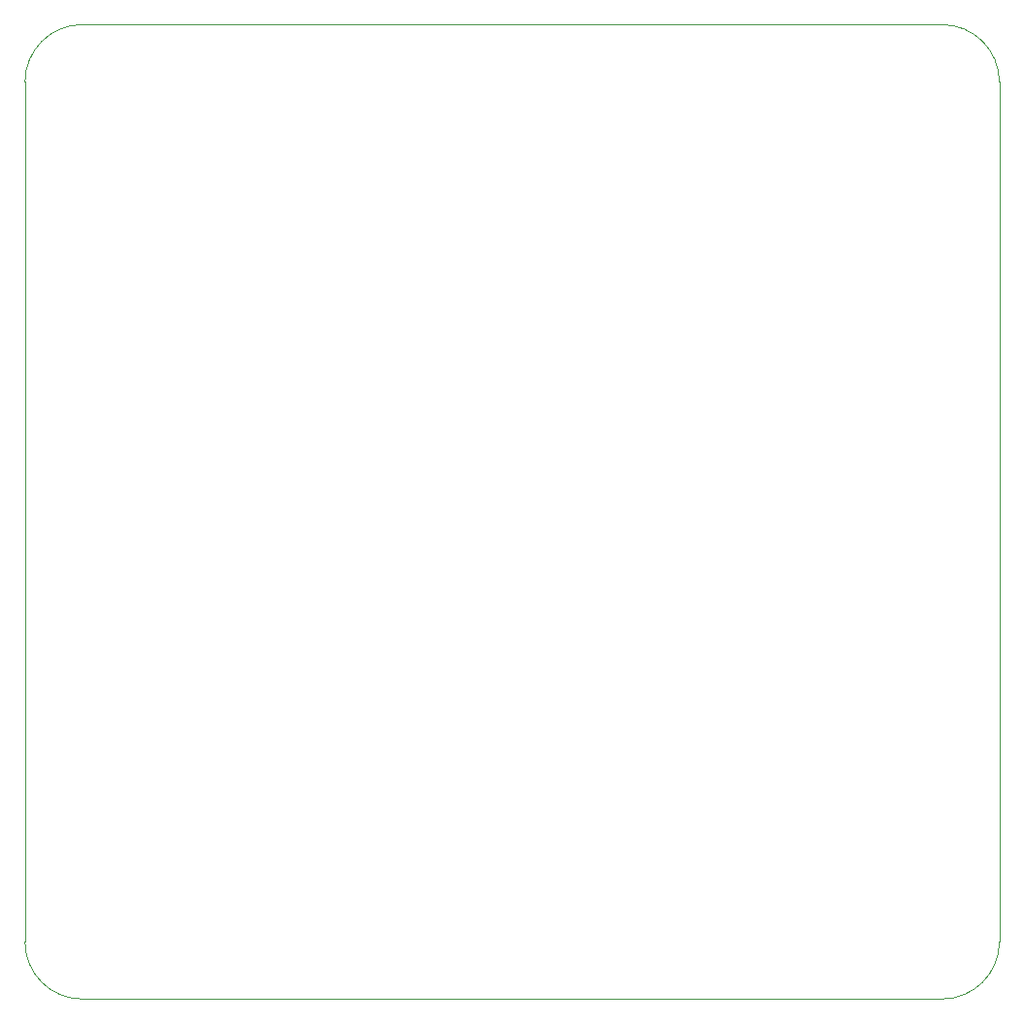
<source format=gm1>
G04 #@! TF.GenerationSoftware,KiCad,Pcbnew,7.0.2-6a45011f42~172~ubuntu20.04.1*
G04 #@! TF.CreationDate,2023-05-04T18:05:19+02:00*
G04 #@! TF.ProjectId,EPS,4550532e-6b69-4636-9164-5f7063625858,v1.0.1*
G04 #@! TF.SameCoordinates,Original*
G04 #@! TF.FileFunction,Profile,NP*
%FSLAX46Y46*%
G04 Gerber Fmt 4.6, Leading zero omitted, Abs format (unit mm)*
G04 Created by KiCad (PCBNEW 7.0.2-6a45011f42~172~ubuntu20.04.1) date 2023-05-04 18:05:19*
%MOMM*%
%LPD*%
G01*
G04 APERTURE LIST*
G04 #@! TA.AperFunction,Profile*
%ADD10C,0.100000*%
G04 #@! TD*
G04 APERTURE END LIST*
D10*
X111562100Y-57408600D02*
G75*
G03*
X106562100Y-62408600I0J-5000000D01*
G01*
X106562100Y-137408600D02*
G75*
G03*
X111562100Y-142408600I5000000J0D01*
G01*
X186562100Y-142408600D02*
G75*
G03*
X191562100Y-137408600I0J5000000D01*
G01*
X191562100Y-62408600D02*
X191562100Y-137408600D01*
X111562100Y-57408600D02*
X186562100Y-57408600D01*
X106562100Y-137408600D02*
X106562100Y-62408600D01*
X186562100Y-142408600D02*
X111562100Y-142408600D01*
X191562100Y-62408600D02*
G75*
G03*
X186562100Y-57408600I-5000000J0D01*
G01*
M02*

</source>
